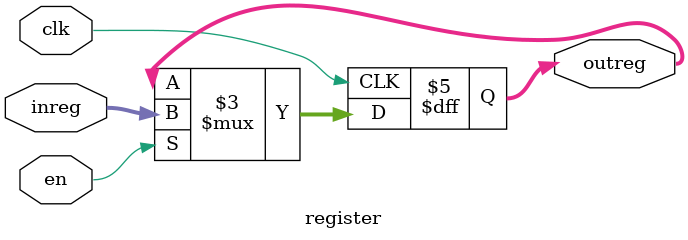
<source format=sv>
module register (output reg [1:2]outreg, input [1:2]inreg, input en, input clk);

  initial begin
    outreg=2'b00;
  end

  always @ ( posedge clk ) begin
      if (en)
        outreg <= inreg;
  end

endmodule

</source>
